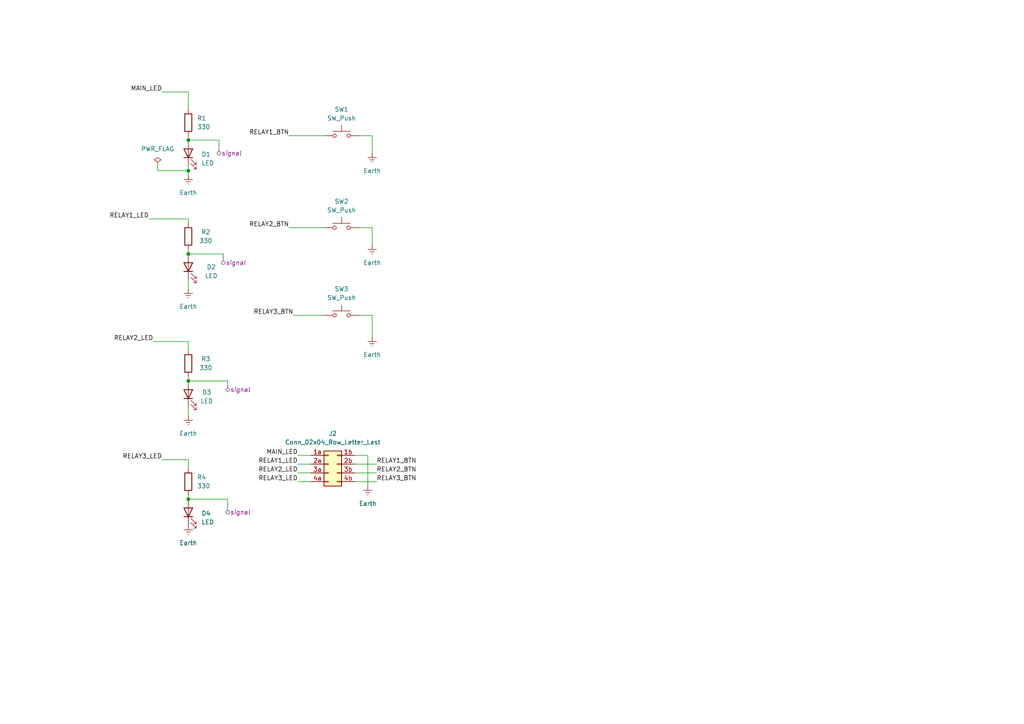
<source format=kicad_sch>
(kicad_sch
	(version 20231120)
	(generator "eeschema")
	(generator_version "8.0")
	(uuid "6a582694-8f01-4dad-96f5-31eea0a6cfef")
	(paper "A4")
	(lib_symbols
		(symbol "Connector_Generic:Conn_02x04_Row_Letter_Last"
			(pin_names
				(offset 1.016) hide)
			(exclude_from_sim no)
			(in_bom yes)
			(on_board yes)
			(property "Reference" "J"
				(at 1.27 5.08 0)
				(effects
					(font
						(size 1.27 1.27)
					)
				)
			)
			(property "Value" "Conn_02x04_Row_Letter_Last"
				(at 1.27 -7.62 0)
				(effects
					(font
						(size 1.27 1.27)
					)
				)
			)
			(property "Footprint" ""
				(at 0 0 0)
				(effects
					(font
						(size 1.27 1.27)
					)
					(hide yes)
				)
			)
			(property "Datasheet" "~"
				(at 0 0 0)
				(effects
					(font
						(size 1.27 1.27)
					)
					(hide yes)
				)
			)
			(property "Description" "Generic connector, double row, 02x04, row letter last pin numbering scheme (pin number consists of a letter for the row and a number for the pin index in this row. 1a, ..., Na; 1b, ..., Nb)), script generated (kicad-library-utils/schlib/autogen/connector/)"
				(at 0 0 0)
				(effects
					(font
						(size 1.27 1.27)
					)
					(hide yes)
				)
			)
			(property "ki_keywords" "connector"
				(at 0 0 0)
				(effects
					(font
						(size 1.27 1.27)
					)
					(hide yes)
				)
			)
			(property "ki_fp_filters" "Connector*:*_2x??_*"
				(at 0 0 0)
				(effects
					(font
						(size 1.27 1.27)
					)
					(hide yes)
				)
			)
			(symbol "Conn_02x04_Row_Letter_Last_1_1"
				(rectangle
					(start -1.27 -4.953)
					(end 0 -5.207)
					(stroke
						(width 0.1524)
						(type default)
					)
					(fill
						(type none)
					)
				)
				(rectangle
					(start -1.27 -2.413)
					(end 0 -2.667)
					(stroke
						(width 0.1524)
						(type default)
					)
					(fill
						(type none)
					)
				)
				(rectangle
					(start -1.27 0.127)
					(end 0 -0.127)
					(stroke
						(width 0.1524)
						(type default)
					)
					(fill
						(type none)
					)
				)
				(rectangle
					(start -1.27 2.667)
					(end 0 2.413)
					(stroke
						(width 0.1524)
						(type default)
					)
					(fill
						(type none)
					)
				)
				(rectangle
					(start -1.27 3.81)
					(end 3.81 -6.35)
					(stroke
						(width 0.254)
						(type default)
					)
					(fill
						(type background)
					)
				)
				(rectangle
					(start 3.81 -4.953)
					(end 2.54 -5.207)
					(stroke
						(width 0.1524)
						(type default)
					)
					(fill
						(type none)
					)
				)
				(rectangle
					(start 3.81 -2.413)
					(end 2.54 -2.667)
					(stroke
						(width 0.1524)
						(type default)
					)
					(fill
						(type none)
					)
				)
				(rectangle
					(start 3.81 0.127)
					(end 2.54 -0.127)
					(stroke
						(width 0.1524)
						(type default)
					)
					(fill
						(type none)
					)
				)
				(rectangle
					(start 3.81 2.667)
					(end 2.54 2.413)
					(stroke
						(width 0.1524)
						(type default)
					)
					(fill
						(type none)
					)
				)
				(pin passive line
					(at -5.08 2.54 0)
					(length 3.81)
					(name "Pin_1a"
						(effects
							(font
								(size 1.27 1.27)
							)
						)
					)
					(number "1a"
						(effects
							(font
								(size 1.27 1.27)
							)
						)
					)
				)
				(pin passive line
					(at 7.62 2.54 180)
					(length 3.81)
					(name "Pin_1b"
						(effects
							(font
								(size 1.27 1.27)
							)
						)
					)
					(number "1b"
						(effects
							(font
								(size 1.27 1.27)
							)
						)
					)
				)
				(pin passive line
					(at -5.08 0 0)
					(length 3.81)
					(name "Pin_2a"
						(effects
							(font
								(size 1.27 1.27)
							)
						)
					)
					(number "2a"
						(effects
							(font
								(size 1.27 1.27)
							)
						)
					)
				)
				(pin passive line
					(at 7.62 0 180)
					(length 3.81)
					(name "Pin_2b"
						(effects
							(font
								(size 1.27 1.27)
							)
						)
					)
					(number "2b"
						(effects
							(font
								(size 1.27 1.27)
							)
						)
					)
				)
				(pin passive line
					(at -5.08 -2.54 0)
					(length 3.81)
					(name "Pin_3a"
						(effects
							(font
								(size 1.27 1.27)
							)
						)
					)
					(number "3a"
						(effects
							(font
								(size 1.27 1.27)
							)
						)
					)
				)
				(pin passive line
					(at 7.62 -2.54 180)
					(length 3.81)
					(name "Pin_3b"
						(effects
							(font
								(size 1.27 1.27)
							)
						)
					)
					(number "3b"
						(effects
							(font
								(size 1.27 1.27)
							)
						)
					)
				)
				(pin passive line
					(at -5.08 -5.08 0)
					(length 3.81)
					(name "Pin_4a"
						(effects
							(font
								(size 1.27 1.27)
							)
						)
					)
					(number "4a"
						(effects
							(font
								(size 1.27 1.27)
							)
						)
					)
				)
				(pin passive line
					(at 7.62 -5.08 180)
					(length 3.81)
					(name "Pin_4b"
						(effects
							(font
								(size 1.27 1.27)
							)
						)
					)
					(number "4b"
						(effects
							(font
								(size 1.27 1.27)
							)
						)
					)
				)
			)
		)
		(symbol "Device:LED"
			(pin_numbers hide)
			(pin_names
				(offset 1.016) hide)
			(exclude_from_sim no)
			(in_bom yes)
			(on_board yes)
			(property "Reference" "D"
				(at 0 2.54 0)
				(effects
					(font
						(size 1.27 1.27)
					)
				)
			)
			(property "Value" "LED"
				(at 0 -2.54 0)
				(effects
					(font
						(size 1.27 1.27)
					)
				)
			)
			(property "Footprint" ""
				(at 0 0 0)
				(effects
					(font
						(size 1.27 1.27)
					)
					(hide yes)
				)
			)
			(property "Datasheet" "~"
				(at 0 0 0)
				(effects
					(font
						(size 1.27 1.27)
					)
					(hide yes)
				)
			)
			(property "Description" "Light emitting diode"
				(at 0 0 0)
				(effects
					(font
						(size 1.27 1.27)
					)
					(hide yes)
				)
			)
			(property "ki_keywords" "LED diode"
				(at 0 0 0)
				(effects
					(font
						(size 1.27 1.27)
					)
					(hide yes)
				)
			)
			(property "ki_fp_filters" "LED* LED_SMD:* LED_THT:*"
				(at 0 0 0)
				(effects
					(font
						(size 1.27 1.27)
					)
					(hide yes)
				)
			)
			(symbol "LED_0_1"
				(polyline
					(pts
						(xy -1.27 -1.27) (xy -1.27 1.27)
					)
					(stroke
						(width 0.254)
						(type default)
					)
					(fill
						(type none)
					)
				)
				(polyline
					(pts
						(xy -1.27 0) (xy 1.27 0)
					)
					(stroke
						(width 0)
						(type default)
					)
					(fill
						(type none)
					)
				)
				(polyline
					(pts
						(xy 1.27 -1.27) (xy 1.27 1.27) (xy -1.27 0) (xy 1.27 -1.27)
					)
					(stroke
						(width 0.254)
						(type default)
					)
					(fill
						(type none)
					)
				)
				(polyline
					(pts
						(xy -3.048 -0.762) (xy -4.572 -2.286) (xy -3.81 -2.286) (xy -4.572 -2.286) (xy -4.572 -1.524)
					)
					(stroke
						(width 0)
						(type default)
					)
					(fill
						(type none)
					)
				)
				(polyline
					(pts
						(xy -1.778 -0.762) (xy -3.302 -2.286) (xy -2.54 -2.286) (xy -3.302 -2.286) (xy -3.302 -1.524)
					)
					(stroke
						(width 0)
						(type default)
					)
					(fill
						(type none)
					)
				)
			)
			(symbol "LED_1_1"
				(pin passive line
					(at -3.81 0 0)
					(length 2.54)
					(name "K"
						(effects
							(font
								(size 1.27 1.27)
							)
						)
					)
					(number "1"
						(effects
							(font
								(size 1.27 1.27)
							)
						)
					)
				)
				(pin passive line
					(at 3.81 0 180)
					(length 2.54)
					(name "A"
						(effects
							(font
								(size 1.27 1.27)
							)
						)
					)
					(number "2"
						(effects
							(font
								(size 1.27 1.27)
							)
						)
					)
				)
			)
		)
		(symbol "Device:R"
			(pin_numbers hide)
			(pin_names
				(offset 0)
			)
			(exclude_from_sim no)
			(in_bom yes)
			(on_board yes)
			(property "Reference" "R"
				(at 2.032 0 90)
				(effects
					(font
						(size 1.27 1.27)
					)
				)
			)
			(property "Value" "R"
				(at 0 0 90)
				(effects
					(font
						(size 1.27 1.27)
					)
				)
			)
			(property "Footprint" ""
				(at -1.778 0 90)
				(effects
					(font
						(size 1.27 1.27)
					)
					(hide yes)
				)
			)
			(property "Datasheet" "~"
				(at 0 0 0)
				(effects
					(font
						(size 1.27 1.27)
					)
					(hide yes)
				)
			)
			(property "Description" "Resistor"
				(at 0 0 0)
				(effects
					(font
						(size 1.27 1.27)
					)
					(hide yes)
				)
			)
			(property "ki_keywords" "R res resistor"
				(at 0 0 0)
				(effects
					(font
						(size 1.27 1.27)
					)
					(hide yes)
				)
			)
			(property "ki_fp_filters" "R_*"
				(at 0 0 0)
				(effects
					(font
						(size 1.27 1.27)
					)
					(hide yes)
				)
			)
			(symbol "R_0_1"
				(rectangle
					(start -1.016 -2.54)
					(end 1.016 2.54)
					(stroke
						(width 0.254)
						(type default)
					)
					(fill
						(type none)
					)
				)
			)
			(symbol "R_1_1"
				(pin passive line
					(at 0 3.81 270)
					(length 1.27)
					(name "~"
						(effects
							(font
								(size 1.27 1.27)
							)
						)
					)
					(number "1"
						(effects
							(font
								(size 1.27 1.27)
							)
						)
					)
				)
				(pin passive line
					(at 0 -3.81 90)
					(length 1.27)
					(name "~"
						(effects
							(font
								(size 1.27 1.27)
							)
						)
					)
					(number "2"
						(effects
							(font
								(size 1.27 1.27)
							)
						)
					)
				)
			)
		)
		(symbol "Switch:SW_Push"
			(pin_numbers hide)
			(pin_names
				(offset 1.016) hide)
			(exclude_from_sim no)
			(in_bom yes)
			(on_board yes)
			(property "Reference" "SW"
				(at 1.27 2.54 0)
				(effects
					(font
						(size 1.27 1.27)
					)
					(justify left)
				)
			)
			(property "Value" "SW_Push"
				(at 0 -1.524 0)
				(effects
					(font
						(size 1.27 1.27)
					)
				)
			)
			(property "Footprint" ""
				(at 0 5.08 0)
				(effects
					(font
						(size 1.27 1.27)
					)
					(hide yes)
				)
			)
			(property "Datasheet" "~"
				(at 0 5.08 0)
				(effects
					(font
						(size 1.27 1.27)
					)
					(hide yes)
				)
			)
			(property "Description" "Push button switch, generic, two pins"
				(at 0 0 0)
				(effects
					(font
						(size 1.27 1.27)
					)
					(hide yes)
				)
			)
			(property "ki_keywords" "switch normally-open pushbutton push-button"
				(at 0 0 0)
				(effects
					(font
						(size 1.27 1.27)
					)
					(hide yes)
				)
			)
			(symbol "SW_Push_0_1"
				(circle
					(center -2.032 0)
					(radius 0.508)
					(stroke
						(width 0)
						(type default)
					)
					(fill
						(type none)
					)
				)
				(polyline
					(pts
						(xy 0 1.27) (xy 0 3.048)
					)
					(stroke
						(width 0)
						(type default)
					)
					(fill
						(type none)
					)
				)
				(polyline
					(pts
						(xy 2.54 1.27) (xy -2.54 1.27)
					)
					(stroke
						(width 0)
						(type default)
					)
					(fill
						(type none)
					)
				)
				(circle
					(center 2.032 0)
					(radius 0.508)
					(stroke
						(width 0)
						(type default)
					)
					(fill
						(type none)
					)
				)
				(pin passive line
					(at -5.08 0 0)
					(length 2.54)
					(name "1"
						(effects
							(font
								(size 1.27 1.27)
							)
						)
					)
					(number "1"
						(effects
							(font
								(size 1.27 1.27)
							)
						)
					)
				)
				(pin passive line
					(at 5.08 0 180)
					(length 2.54)
					(name "2"
						(effects
							(font
								(size 1.27 1.27)
							)
						)
					)
					(number "2"
						(effects
							(font
								(size 1.27 1.27)
							)
						)
					)
				)
			)
		)
		(symbol "power:Earth"
			(power)
			(pin_numbers hide)
			(pin_names
				(offset 0) hide)
			(exclude_from_sim no)
			(in_bom yes)
			(on_board yes)
			(property "Reference" "#PWR"
				(at 0 -6.35 0)
				(effects
					(font
						(size 1.27 1.27)
					)
					(hide yes)
				)
			)
			(property "Value" "Earth"
				(at 0 -3.81 0)
				(effects
					(font
						(size 1.27 1.27)
					)
				)
			)
			(property "Footprint" ""
				(at 0 0 0)
				(effects
					(font
						(size 1.27 1.27)
					)
					(hide yes)
				)
			)
			(property "Datasheet" "~"
				(at 0 0 0)
				(effects
					(font
						(size 1.27 1.27)
					)
					(hide yes)
				)
			)
			(property "Description" "Power symbol creates a global label with name \"Earth\""
				(at 0 0 0)
				(effects
					(font
						(size 1.27 1.27)
					)
					(hide yes)
				)
			)
			(property "ki_keywords" "global ground gnd"
				(at 0 0 0)
				(effects
					(font
						(size 1.27 1.27)
					)
					(hide yes)
				)
			)
			(symbol "Earth_0_1"
				(polyline
					(pts
						(xy -0.635 -1.905) (xy 0.635 -1.905)
					)
					(stroke
						(width 0)
						(type default)
					)
					(fill
						(type none)
					)
				)
				(polyline
					(pts
						(xy -0.127 -2.54) (xy 0.127 -2.54)
					)
					(stroke
						(width 0)
						(type default)
					)
					(fill
						(type none)
					)
				)
				(polyline
					(pts
						(xy 0 -1.27) (xy 0 0)
					)
					(stroke
						(width 0)
						(type default)
					)
					(fill
						(type none)
					)
				)
				(polyline
					(pts
						(xy 1.27 -1.27) (xy -1.27 -1.27)
					)
					(stroke
						(width 0)
						(type default)
					)
					(fill
						(type none)
					)
				)
			)
			(symbol "Earth_1_1"
				(pin power_in line
					(at 0 0 270)
					(length 0)
					(name "~"
						(effects
							(font
								(size 1.27 1.27)
							)
						)
					)
					(number "1"
						(effects
							(font
								(size 1.27 1.27)
							)
						)
					)
				)
			)
		)
		(symbol "power:PWR_FLAG"
			(power)
			(pin_numbers hide)
			(pin_names
				(offset 0) hide)
			(exclude_from_sim no)
			(in_bom yes)
			(on_board yes)
			(property "Reference" "#FLG"
				(at 0 1.905 0)
				(effects
					(font
						(size 1.27 1.27)
					)
					(hide yes)
				)
			)
			(property "Value" "PWR_FLAG"
				(at 0 3.81 0)
				(effects
					(font
						(size 1.27 1.27)
					)
				)
			)
			(property "Footprint" ""
				(at 0 0 0)
				(effects
					(font
						(size 1.27 1.27)
					)
					(hide yes)
				)
			)
			(property "Datasheet" "~"
				(at 0 0 0)
				(effects
					(font
						(size 1.27 1.27)
					)
					(hide yes)
				)
			)
			(property "Description" "Special symbol for telling ERC where power comes from"
				(at 0 0 0)
				(effects
					(font
						(size 1.27 1.27)
					)
					(hide yes)
				)
			)
			(property "ki_keywords" "flag power"
				(at 0 0 0)
				(effects
					(font
						(size 1.27 1.27)
					)
					(hide yes)
				)
			)
			(symbol "PWR_FLAG_0_0"
				(pin power_out line
					(at 0 0 90)
					(length 0)
					(name "~"
						(effects
							(font
								(size 1.27 1.27)
							)
						)
					)
					(number "1"
						(effects
							(font
								(size 1.27 1.27)
							)
						)
					)
				)
			)
			(symbol "PWR_FLAG_0_1"
				(polyline
					(pts
						(xy 0 0) (xy 0 1.27) (xy -1.016 1.905) (xy 0 2.54) (xy 1.016 1.905) (xy 0 1.27)
					)
					(stroke
						(width 0)
						(type default)
					)
					(fill
						(type none)
					)
				)
			)
		)
	)
	(junction
		(at 54.61 49.53)
		(diameter 0)
		(color 0 0 0 0)
		(uuid "59ec3be5-94b3-4fad-b36e-f65951f5d1e6")
	)
	(junction
		(at 54.61 144.78)
		(diameter 0)
		(color 0 0 0 0)
		(uuid "9ffb72eb-0a91-40be-a881-3efddf6660c4")
	)
	(junction
		(at 54.61 110.49)
		(diameter 0)
		(color 0 0 0 0)
		(uuid "a82d4c77-1a77-4e37-9c6d-764652c3dc99")
	)
	(junction
		(at 54.61 40.64)
		(diameter 0)
		(color 0 0 0 0)
		(uuid "c5cb312b-f90d-4fb9-83e6-93d3b9180f1f")
	)
	(junction
		(at 54.61 73.66)
		(diameter 0)
		(color 0 0 0 0)
		(uuid "fc8b575f-b051-49a4-9748-ea43ac7e6d8a")
	)
	(wire
		(pts
			(xy 54.61 73.66) (xy 64.77 73.66)
		)
		(stroke
			(width 0)
			(type default)
		)
		(uuid "04e5a463-c421-4698-b246-13131c6089a5")
	)
	(wire
		(pts
			(xy 54.61 110.49) (xy 66.04 110.49)
		)
		(stroke
			(width 0)
			(type default)
		)
		(uuid "07987c8e-7058-4b6c-a859-36bfb1d1c61d")
	)
	(wire
		(pts
			(xy 102.87 139.7) (xy 109.22 139.7)
		)
		(stroke
			(width 0)
			(type default)
		)
		(uuid "14df13b3-4cfd-458c-b282-d60fa3d6abac")
	)
	(wire
		(pts
			(xy 54.61 110.49) (xy 54.61 109.22)
		)
		(stroke
			(width 0)
			(type default)
		)
		(uuid "16ed48ae-b4b2-4808-a931-9ec06a895f8b")
	)
	(wire
		(pts
			(xy 63.5 41.91) (xy 63.5 40.64)
		)
		(stroke
			(width 0)
			(type default)
		)
		(uuid "1f92e115-5799-449b-a6b5-1d117e3b6353")
	)
	(wire
		(pts
			(xy 107.95 91.44) (xy 107.95 97.79)
		)
		(stroke
			(width 0)
			(type default)
		)
		(uuid "255253b6-50af-4574-a1d6-8524fcc2ccc9")
	)
	(wire
		(pts
			(xy 85.09 91.44) (xy 93.98 91.44)
		)
		(stroke
			(width 0)
			(type default)
		)
		(uuid "36e86a37-6197-456b-a7a1-0b07a406933d")
	)
	(wire
		(pts
			(xy 86.36 134.62) (xy 90.17 134.62)
		)
		(stroke
			(width 0)
			(type default)
		)
		(uuid "404ef500-fb4c-438b-8391-3086a67ec91c")
	)
	(wire
		(pts
			(xy 86.36 132.08) (xy 90.17 132.08)
		)
		(stroke
			(width 0)
			(type default)
		)
		(uuid "4844621e-dacb-4ea0-aedd-5e4c26cd801a")
	)
	(wire
		(pts
			(xy 83.82 66.04) (xy 93.98 66.04)
		)
		(stroke
			(width 0)
			(type default)
		)
		(uuid "4e7b9681-8ac1-45a8-bda6-eb584a8ff478")
	)
	(wire
		(pts
			(xy 54.61 49.53) (xy 54.61 50.8)
		)
		(stroke
			(width 0)
			(type default)
		)
		(uuid "5765b9d7-e57e-4094-b0d3-c5d3cc01a4a4")
	)
	(wire
		(pts
			(xy 54.61 39.37) (xy 54.61 40.64)
		)
		(stroke
			(width 0)
			(type default)
		)
		(uuid "58d274fd-da8f-4efa-b33c-88911ad532ca")
	)
	(wire
		(pts
			(xy 45.72 48.26) (xy 45.72 49.53)
		)
		(stroke
			(width 0)
			(type default)
		)
		(uuid "5c3b9369-a117-4b07-a4fd-796bf9aed784")
	)
	(wire
		(pts
			(xy 54.61 118.11) (xy 54.61 120.65)
		)
		(stroke
			(width 0)
			(type default)
		)
		(uuid "5d389ced-1d3e-47f2-bdb6-ae9eca77dbf4")
	)
	(wire
		(pts
			(xy 86.36 137.16) (xy 90.17 137.16)
		)
		(stroke
			(width 0)
			(type default)
		)
		(uuid "5e245557-2d9a-4378-bfee-3580e1c51b0c")
	)
	(wire
		(pts
			(xy 104.14 91.44) (xy 107.95 91.44)
		)
		(stroke
			(width 0)
			(type default)
		)
		(uuid "6032c862-afb3-43e3-bfda-aa633c4c6b8e")
	)
	(wire
		(pts
			(xy 66.04 144.78) (xy 54.61 144.78)
		)
		(stroke
			(width 0)
			(type default)
		)
		(uuid "6db5eca1-2398-4613-a5f6-8c504ecddd01")
	)
	(wire
		(pts
			(xy 44.45 99.06) (xy 54.61 99.06)
		)
		(stroke
			(width 0)
			(type default)
		)
		(uuid "6fd9b9ff-b051-469d-8b08-b984e6806505")
	)
	(wire
		(pts
			(xy 43.18 63.5) (xy 54.61 63.5)
		)
		(stroke
			(width 0)
			(type default)
		)
		(uuid "70f5bc34-fc57-4755-9b6c-d90e1d44fa4e")
	)
	(wire
		(pts
			(xy 102.87 132.08) (xy 106.68 132.08)
		)
		(stroke
			(width 0)
			(type default)
		)
		(uuid "78bb37c0-128b-4527-ab2d-bd65e1ef9801")
	)
	(wire
		(pts
			(xy 107.95 66.04) (xy 107.95 71.12)
		)
		(stroke
			(width 0)
			(type default)
		)
		(uuid "84cc7e80-2b58-42c1-838d-c25d34da7abd")
	)
	(wire
		(pts
			(xy 54.61 81.28) (xy 54.61 83.82)
		)
		(stroke
			(width 0)
			(type default)
		)
		(uuid "92575ef8-9c37-4b94-861c-e26499efb5d9")
	)
	(wire
		(pts
			(xy 54.61 26.67) (xy 54.61 31.75)
		)
		(stroke
			(width 0)
			(type default)
		)
		(uuid "96f36094-d51e-4685-bc25-045d2c3a4933")
	)
	(wire
		(pts
			(xy 104.14 39.37) (xy 107.95 39.37)
		)
		(stroke
			(width 0)
			(type default)
		)
		(uuid "9fc92e2e-83f6-44d9-8d18-1dad97f9089b")
	)
	(wire
		(pts
			(xy 104.14 66.04) (xy 107.95 66.04)
		)
		(stroke
			(width 0)
			(type default)
		)
		(uuid "a4e14d68-02d1-4bfe-af62-ec0e403a40d1")
	)
	(wire
		(pts
			(xy 107.95 39.37) (xy 107.95 44.45)
		)
		(stroke
			(width 0)
			(type default)
		)
		(uuid "a792c7ce-c5b4-4017-a5b2-a65d437eb9be")
	)
	(wire
		(pts
			(xy 54.61 72.39) (xy 54.61 73.66)
		)
		(stroke
			(width 0)
			(type default)
		)
		(uuid "a810c232-8aa4-43ad-a6fa-6c4b7cc5a8c8")
	)
	(wire
		(pts
			(xy 45.72 49.53) (xy 54.61 49.53)
		)
		(stroke
			(width 0)
			(type default)
		)
		(uuid "a9ccb724-d4bc-46cd-90b4-21e21d94746a")
	)
	(wire
		(pts
			(xy 46.99 133.35) (xy 54.61 133.35)
		)
		(stroke
			(width 0)
			(type default)
		)
		(uuid "af3449d9-902c-4c6b-916b-80cb82b1a4e0")
	)
	(wire
		(pts
			(xy 54.61 101.6) (xy 54.61 99.06)
		)
		(stroke
			(width 0)
			(type default)
		)
		(uuid "b3152694-ce5a-406e-b944-1cbce22ea271")
	)
	(wire
		(pts
			(xy 54.61 63.5) (xy 54.61 64.77)
		)
		(stroke
			(width 0)
			(type default)
		)
		(uuid "b4485ef2-e864-4854-bb03-23969070c6ac")
	)
	(wire
		(pts
			(xy 102.87 137.16) (xy 109.22 137.16)
		)
		(stroke
			(width 0)
			(type default)
		)
		(uuid "b5f17846-3cb6-41a5-bf38-2b64590ccb2f")
	)
	(wire
		(pts
			(xy 86.36 139.7) (xy 90.17 139.7)
		)
		(stroke
			(width 0)
			(type default)
		)
		(uuid "cb6b0db9-d879-4fa2-b50e-f4852fa5b7ae")
	)
	(wire
		(pts
			(xy 83.82 39.37) (xy 93.98 39.37)
		)
		(stroke
			(width 0)
			(type default)
		)
		(uuid "ce5124a1-5ac7-4166-a02a-878f1a40aaae")
	)
	(wire
		(pts
			(xy 106.68 132.08) (xy 106.68 140.97)
		)
		(stroke
			(width 0)
			(type default)
		)
		(uuid "ce78b7f5-7ecf-4941-b3da-270ba9562038")
	)
	(wire
		(pts
			(xy 54.61 143.51) (xy 54.61 144.78)
		)
		(stroke
			(width 0)
			(type default)
		)
		(uuid "dc3e6cf0-ff15-4560-9914-b2e5077cbc93")
	)
	(wire
		(pts
			(xy 102.87 134.62) (xy 109.22 134.62)
		)
		(stroke
			(width 0)
			(type default)
		)
		(uuid "dd7fe920-8659-4908-bc14-3da3a2ce9616")
	)
	(wire
		(pts
			(xy 66.04 146.05) (xy 66.04 144.78)
		)
		(stroke
			(width 0)
			(type default)
		)
		(uuid "e93f3aad-7f34-4e0a-9761-a8e94e3f8459")
	)
	(wire
		(pts
			(xy 54.61 48.26) (xy 54.61 49.53)
		)
		(stroke
			(width 0)
			(type default)
		)
		(uuid "ec7813b6-1dd9-477b-9c46-b19248ff6200")
	)
	(wire
		(pts
			(xy 54.61 133.35) (xy 54.61 135.89)
		)
		(stroke
			(width 0)
			(type default)
		)
		(uuid "ed8df699-b423-4e48-8f18-96198aa2ba79")
	)
	(wire
		(pts
			(xy 54.61 40.64) (xy 63.5 40.64)
		)
		(stroke
			(width 0)
			(type default)
		)
		(uuid "ef5704a4-db1c-4e3b-92fa-e2fb830f2034")
	)
	(wire
		(pts
			(xy 46.99 26.67) (xy 54.61 26.67)
		)
		(stroke
			(width 0)
			(type default)
		)
		(uuid "fecd8f34-950b-44c2-ad09-252895ef725b")
	)
	(label "RELAY1_BTN"
		(at 83.82 39.37 180)
		(fields_autoplaced yes)
		(effects
			(font
				(size 1.27 1.27)
			)
			(justify right bottom)
		)
		(uuid "08585af7-db23-4d58-acff-b99a861539e5")
	)
	(label "RELAY3_BTN"
		(at 109.22 139.7 0)
		(fields_autoplaced yes)
		(effects
			(font
				(size 1.27 1.27)
			)
			(justify left bottom)
		)
		(uuid "29fcbcd7-c390-4c77-ae49-59614f89d2f7")
	)
	(label "RELAY2_BTN"
		(at 109.22 137.16 0)
		(fields_autoplaced yes)
		(effects
			(font
				(size 1.27 1.27)
			)
			(justify left bottom)
		)
		(uuid "41decb82-2e23-4dda-b53b-62a914395ff7")
	)
	(label "RELAY1_BTN"
		(at 109.22 134.62 0)
		(fields_autoplaced yes)
		(effects
			(font
				(size 1.27 1.27)
			)
			(justify left bottom)
		)
		(uuid "5042a839-a3b2-4398-8a61-622a4721250d")
	)
	(label "RELAY1_LED"
		(at 43.18 63.5 180)
		(fields_autoplaced yes)
		(effects
			(font
				(size 1.27 1.27)
			)
			(justify right bottom)
		)
		(uuid "578c2171-abc7-4175-ba01-f999f4e742a6")
	)
	(label "MAIN_LED"
		(at 46.99 26.67 180)
		(fields_autoplaced yes)
		(effects
			(font
				(size 1.27 1.27)
			)
			(justify right bottom)
		)
		(uuid "5e90d364-b89d-45c3-8365-8a752433488a")
	)
	(label "RELAY2_LED"
		(at 86.36 137.16 180)
		(fields_autoplaced yes)
		(effects
			(font
				(size 1.27 1.27)
			)
			(justify right bottom)
		)
		(uuid "63e4a80c-9a7e-47c3-a835-c46b398f2ab2")
	)
	(label "RELAY1_LED"
		(at 86.36 134.62 180)
		(fields_autoplaced yes)
		(effects
			(font
				(size 1.27 1.27)
			)
			(justify right bottom)
		)
		(uuid "64cee6e8-6c92-4a7c-979d-46330ceea759")
	)
	(label "RELAY2_LED"
		(at 44.45 99.06 180)
		(fields_autoplaced yes)
		(effects
			(font
				(size 1.27 1.27)
			)
			(justify right bottom)
		)
		(uuid "67e61aeb-8086-4f29-8f4f-603c9f6de008")
	)
	(label "RELAY3_BTN"
		(at 85.09 91.44 180)
		(fields_autoplaced yes)
		(effects
			(font
				(size 1.27 1.27)
			)
			(justify right bottom)
		)
		(uuid "945346ef-68b5-4e6b-a218-22f32cdbec51")
	)
	(label "RELAY3_LED"
		(at 46.99 133.35 180)
		(fields_autoplaced yes)
		(effects
			(font
				(size 1.27 1.27)
			)
			(justify right bottom)
		)
		(uuid "980b22b9-7c09-4e7a-86cd-1bf34aa2e1af")
	)
	(label "RELAY3_LED"
		(at 86.36 139.7 180)
		(fields_autoplaced yes)
		(effects
			(font
				(size 1.27 1.27)
			)
			(justify right bottom)
		)
		(uuid "b65f907d-3a12-4369-a023-64c680fdd29c")
	)
	(label "RELAY2_BTN"
		(at 83.82 66.04 180)
		(fields_autoplaced yes)
		(effects
			(font
				(size 1.27 1.27)
			)
			(justify right bottom)
		)
		(uuid "c0e3d200-fb81-48d4-8ab3-b78c5a039abf")
	)
	(label "MAIN_LED"
		(at 86.36 132.08 180)
		(fields_autoplaced yes)
		(effects
			(font
				(size 1.27 1.27)
			)
			(justify right bottom)
		)
		(uuid "c6ae37d4-237b-47ba-bb83-6340688a1c74")
	)
	(netclass_flag ""
		(length 2.54)
		(shape round)
		(at 63.5 41.91 180)
		(fields_autoplaced yes)
		(effects
			(font
				(size 1.27 1.27)
			)
			(justify right bottom)
		)
		(uuid "4a2c3ae5-199d-472f-a706-bf621d963baf")
		(property "Netclass" "signal"
			(at 64.1985 44.45 0)
			(effects
				(font
					(size 1.27 1.27)
					(italic yes)
				)
				(justify left)
			)
		)
	)
	(netclass_flag ""
		(length 2.54)
		(shape round)
		(at 64.77 73.66 180)
		(fields_autoplaced yes)
		(effects
			(font
				(size 1.27 1.27)
			)
			(justify right bottom)
		)
		(uuid "56893142-b276-4f81-86e9-0eb7010e386d")
		(property "Netclass" "signal"
			(at 65.4685 76.2 0)
			(effects
				(font
					(size 1.27 1.27)
					(italic yes)
				)
				(justify left)
			)
		)
	)
	(netclass_flag ""
		(length 2.54)
		(shape round)
		(at 66.04 110.49 180)
		(fields_autoplaced yes)
		(effects
			(font
				(size 1.27 1.27)
			)
			(justify right bottom)
		)
		(uuid "65df6883-5539-461d-8995-701316dc1025")
		(property "Netclass" "signal"
			(at 66.7385 113.03 0)
			(effects
				(font
					(size 1.27 1.27)
					(italic yes)
				)
				(justify left)
			)
		)
	)
	(netclass_flag ""
		(length 2.54)
		(shape round)
		(at 66.04 146.05 180)
		(fields_autoplaced yes)
		(effects
			(font
				(size 1.27 1.27)
			)
			(justify right bottom)
		)
		(uuid "f8d15b0e-0b82-41b6-a37c-65dc63c346b0")
		(property "Netclass" "signal"
			(at 66.7385 148.59 0)
			(effects
				(font
					(size 1.27 1.27)
					(italic yes)
				)
				(justify left)
			)
		)
	)
	(symbol
		(lib_id "Device:R")
		(at 54.61 105.41 0)
		(unit 1)
		(exclude_from_sim no)
		(in_bom yes)
		(on_board yes)
		(dnp no)
		(uuid "01c0de99-7df8-4618-988e-09b57bcc8f7d")
		(property "Reference" "R3"
			(at 59.69 104.14 0)
			(effects
				(font
					(size 1.27 1.27)
				)
			)
		)
		(property "Value" "330"
			(at 59.69 106.68 0)
			(effects
				(font
					(size 1.27 1.27)
				)
			)
		)
		(property "Footprint" "Resistor_THT:R_Axial_DIN0207_L6.3mm_D2.5mm_P10.16mm_Horizontal"
			(at 52.832 105.41 90)
			(effects
				(font
					(size 1.27 1.27)
				)
				(hide yes)
			)
		)
		(property "Datasheet" "~"
			(at 54.61 105.41 0)
			(effects
				(font
					(size 1.27 1.27)
				)
				(hide yes)
			)
		)
		(property "Description" "Resistor"
			(at 54.61 105.41 0)
			(effects
				(font
					(size 1.27 1.27)
				)
				(hide yes)
			)
		)
		(pin "1"
			(uuid "561096ce-06cf-4625-bd83-bc61f02768e6")
		)
		(pin "2"
			(uuid "529a6cfb-9c12-4102-94b9-0c6d5602eda9")
		)
		(instances
			(project "esp32_iot_relay_led_button_board"
				(path "/6a582694-8f01-4dad-96f5-31eea0a6cfef"
					(reference "R3")
					(unit 1)
				)
			)
		)
	)
	(symbol
		(lib_id "power:Earth")
		(at 54.61 120.65 0)
		(unit 1)
		(exclude_from_sim no)
		(in_bom yes)
		(on_board yes)
		(dnp no)
		(fields_autoplaced yes)
		(uuid "13847b12-1453-4af3-8b5a-767d5824a207")
		(property "Reference" "#PWR03"
			(at 54.61 127 0)
			(effects
				(font
					(size 1.27 1.27)
				)
				(hide yes)
			)
		)
		(property "Value" "Earth"
			(at 54.61 125.73 0)
			(effects
				(font
					(size 1.27 1.27)
				)
			)
		)
		(property "Footprint" ""
			(at 54.61 120.65 0)
			(effects
				(font
					(size 1.27 1.27)
				)
				(hide yes)
			)
		)
		(property "Datasheet" "~"
			(at 54.61 120.65 0)
			(effects
				(font
					(size 1.27 1.27)
				)
				(hide yes)
			)
		)
		(property "Description" "Power symbol creates a global label with name \"Earth\""
			(at 54.61 120.65 0)
			(effects
				(font
					(size 1.27 1.27)
				)
				(hide yes)
			)
		)
		(pin "1"
			(uuid "7ab55e92-8ab3-470c-ae3c-5f9d163d4b42")
		)
		(instances
			(project "esp32_iot_relay_led_button_board"
				(path "/6a582694-8f01-4dad-96f5-31eea0a6cfef"
					(reference "#PWR03")
					(unit 1)
				)
			)
		)
	)
	(symbol
		(lib_id "power:Earth")
		(at 106.68 140.97 0)
		(unit 1)
		(exclude_from_sim no)
		(in_bom yes)
		(on_board yes)
		(dnp no)
		(fields_autoplaced yes)
		(uuid "156d876a-8280-4b62-8b83-d88a456ed4c7")
		(property "Reference" "#PWR09"
			(at 106.68 147.32 0)
			(effects
				(font
					(size 1.27 1.27)
				)
				(hide yes)
			)
		)
		(property "Value" "Earth"
			(at 106.68 146.05 0)
			(effects
				(font
					(size 1.27 1.27)
				)
			)
		)
		(property "Footprint" ""
			(at 106.68 140.97 0)
			(effects
				(font
					(size 1.27 1.27)
				)
				(hide yes)
			)
		)
		(property "Datasheet" "~"
			(at 106.68 140.97 0)
			(effects
				(font
					(size 1.27 1.27)
				)
				(hide yes)
			)
		)
		(property "Description" "Power symbol creates a global label with name \"Earth\""
			(at 106.68 140.97 0)
			(effects
				(font
					(size 1.27 1.27)
				)
				(hide yes)
			)
		)
		(pin "1"
			(uuid "74e1a2a0-a8f7-47c7-82a5-6864983338b2")
		)
		(instances
			(project "esp32_iot_relay_led_button_board"
				(path "/6a582694-8f01-4dad-96f5-31eea0a6cfef"
					(reference "#PWR09")
					(unit 1)
				)
			)
		)
	)
	(symbol
		(lib_id "Switch:SW_Push")
		(at 99.06 91.44 0)
		(unit 1)
		(exclude_from_sim no)
		(in_bom yes)
		(on_board yes)
		(dnp no)
		(fields_autoplaced yes)
		(uuid "157e1bd1-29b5-4189-80ca-d7375b351dcb")
		(property "Reference" "SW3"
			(at 99.06 83.82 0)
			(effects
				(font
					(size 1.27 1.27)
				)
			)
		)
		(property "Value" "SW_Push"
			(at 99.06 86.36 0)
			(effects
				(font
					(size 1.27 1.27)
				)
			)
		)
		(property "Footprint" "Button_Switch_THT:SW_SPST_Omron_B3F-40xx"
			(at 99.06 86.36 0)
			(effects
				(font
					(size 1.27 1.27)
				)
				(hide yes)
			)
		)
		(property "Datasheet" "~"
			(at 99.06 86.36 0)
			(effects
				(font
					(size 1.27 1.27)
				)
				(hide yes)
			)
		)
		(property "Description" "Push button switch, generic, two pins"
			(at 99.06 91.44 0)
			(effects
				(font
					(size 1.27 1.27)
				)
				(hide yes)
			)
		)
		(pin "2"
			(uuid "51750d58-2f5d-41bf-99e5-1b634d7b6b56")
		)
		(pin "1"
			(uuid "b1ad0933-7f75-46bb-887f-f4f9c53d4fb5")
		)
		(instances
			(project "esp32_iot_relay_led_button_board"
				(path "/6a582694-8f01-4dad-96f5-31eea0a6cfef"
					(reference "SW3")
					(unit 1)
				)
			)
		)
	)
	(symbol
		(lib_id "power:Earth")
		(at 54.61 152.4 0)
		(unit 1)
		(exclude_from_sim no)
		(in_bom yes)
		(on_board yes)
		(dnp no)
		(fields_autoplaced yes)
		(uuid "2329dd13-90e1-4b87-b7e5-219869cf7c22")
		(property "Reference" "#PWR04"
			(at 54.61 158.75 0)
			(effects
				(font
					(size 1.27 1.27)
				)
				(hide yes)
			)
		)
		(property "Value" "Earth"
			(at 54.61 157.48 0)
			(effects
				(font
					(size 1.27 1.27)
				)
			)
		)
		(property "Footprint" ""
			(at 54.61 152.4 0)
			(effects
				(font
					(size 1.27 1.27)
				)
				(hide yes)
			)
		)
		(property "Datasheet" "~"
			(at 54.61 152.4 0)
			(effects
				(font
					(size 1.27 1.27)
				)
				(hide yes)
			)
		)
		(property "Description" "Power symbol creates a global label with name \"Earth\""
			(at 54.61 152.4 0)
			(effects
				(font
					(size 1.27 1.27)
				)
				(hide yes)
			)
		)
		(pin "1"
			(uuid "cf899293-817f-433e-8718-c94e7b0e9ee4")
		)
		(instances
			(project "esp32_iot_relay_led_button_board"
				(path "/6a582694-8f01-4dad-96f5-31eea0a6cfef"
					(reference "#PWR04")
					(unit 1)
				)
			)
		)
	)
	(symbol
		(lib_id "Device:LED")
		(at 54.61 44.45 90)
		(unit 1)
		(exclude_from_sim no)
		(in_bom yes)
		(on_board yes)
		(dnp no)
		(fields_autoplaced yes)
		(uuid "33e138a1-3b32-45e9-b133-93be6368f4f8")
		(property "Reference" "D1"
			(at 58.42 44.7674 90)
			(effects
				(font
					(size 1.27 1.27)
				)
				(justify right)
			)
		)
		(property "Value" "LED"
			(at 58.42 47.3074 90)
			(effects
				(font
					(size 1.27 1.27)
				)
				(justify right)
			)
		)
		(property "Footprint" "LED_THT:LED_D5.0mm"
			(at 54.61 44.45 0)
			(effects
				(font
					(size 1.27 1.27)
				)
				(hide yes)
			)
		)
		(property "Datasheet" "~"
			(at 54.61 44.45 0)
			(effects
				(font
					(size 1.27 1.27)
				)
				(hide yes)
			)
		)
		(property "Description" "Light emitting diode"
			(at 54.61 44.45 0)
			(effects
				(font
					(size 1.27 1.27)
				)
				(hide yes)
			)
		)
		(pin "1"
			(uuid "42998fb1-be19-425d-b94d-14857b42c12a")
		)
		(pin "2"
			(uuid "b6a0313d-08bf-42df-95f8-6432b189646e")
		)
		(instances
			(project "esp32_iot_relay_led_button_board"
				(path "/6a582694-8f01-4dad-96f5-31eea0a6cfef"
					(reference "D1")
					(unit 1)
				)
			)
		)
	)
	(symbol
		(lib_id "Device:LED")
		(at 54.61 148.59 90)
		(unit 1)
		(exclude_from_sim no)
		(in_bom yes)
		(on_board yes)
		(dnp no)
		(fields_autoplaced yes)
		(uuid "63661598-e00b-4e64-a0fb-3b8fe748938b")
		(property "Reference" "D4"
			(at 58.42 148.9074 90)
			(effects
				(font
					(size 1.27 1.27)
				)
				(justify right)
			)
		)
		(property "Value" "LED"
			(at 58.42 151.4474 90)
			(effects
				(font
					(size 1.27 1.27)
				)
				(justify right)
			)
		)
		(property "Footprint" "LED_THT:LED_D5.0mm"
			(at 54.61 148.59 0)
			(effects
				(font
					(size 1.27 1.27)
				)
				(hide yes)
			)
		)
		(property "Datasheet" "~"
			(at 54.61 148.59 0)
			(effects
				(font
					(size 1.27 1.27)
				)
				(hide yes)
			)
		)
		(property "Description" "Light emitting diode"
			(at 54.61 148.59 0)
			(effects
				(font
					(size 1.27 1.27)
				)
				(hide yes)
			)
		)
		(pin "1"
			(uuid "66f327c1-8914-4428-855b-6f09d07a0515")
		)
		(pin "2"
			(uuid "0392740e-0e2a-4e34-ac91-6b283f29442f")
		)
		(instances
			(project "esp32_iot_relay_led_button_board"
				(path "/6a582694-8f01-4dad-96f5-31eea0a6cfef"
					(reference "D4")
					(unit 1)
				)
			)
		)
	)
	(symbol
		(lib_id "Switch:SW_Push")
		(at 99.06 39.37 0)
		(unit 1)
		(exclude_from_sim no)
		(in_bom yes)
		(on_board yes)
		(dnp no)
		(fields_autoplaced yes)
		(uuid "75355bd9-4c31-4565-8c11-d5d645f825f6")
		(property "Reference" "SW1"
			(at 99.06 31.75 0)
			(effects
				(font
					(size 1.27 1.27)
				)
			)
		)
		(property "Value" "SW_Push"
			(at 99.06 34.29 0)
			(effects
				(font
					(size 1.27 1.27)
				)
			)
		)
		(property "Footprint" "Button_Switch_THT:SW_SPST_Omron_B3F-40xx"
			(at 99.06 34.29 0)
			(effects
				(font
					(size 1.27 1.27)
				)
				(hide yes)
			)
		)
		(property "Datasheet" "~"
			(at 99.06 34.29 0)
			(effects
				(font
					(size 1.27 1.27)
				)
				(hide yes)
			)
		)
		(property "Description" "Push button switch, generic, two pins"
			(at 99.06 39.37 0)
			(effects
				(font
					(size 1.27 1.27)
				)
				(hide yes)
			)
		)
		(pin "2"
			(uuid "84a5b76d-1361-4126-994d-ce0c265518b9")
		)
		(pin "1"
			(uuid "6209b345-1fe9-4133-bbe5-570466b4ac00")
		)
		(instances
			(project "esp32_iot_relay_led_button_board"
				(path "/6a582694-8f01-4dad-96f5-31eea0a6cfef"
					(reference "SW1")
					(unit 1)
				)
			)
		)
	)
	(symbol
		(lib_id "Device:R")
		(at 54.61 68.58 0)
		(unit 1)
		(exclude_from_sim no)
		(in_bom yes)
		(on_board yes)
		(dnp no)
		(uuid "7539de82-c36a-4ed4-b270-bb9cd6044766")
		(property "Reference" "R2"
			(at 59.69 67.31 0)
			(effects
				(font
					(size 1.27 1.27)
				)
			)
		)
		(property "Value" "330"
			(at 59.69 69.85 0)
			(effects
				(font
					(size 1.27 1.27)
				)
			)
		)
		(property "Footprint" "Resistor_THT:R_Axial_DIN0207_L6.3mm_D2.5mm_P10.16mm_Horizontal"
			(at 52.832 68.58 90)
			(effects
				(font
					(size 1.27 1.27)
				)
				(hide yes)
			)
		)
		(property "Datasheet" "~"
			(at 54.61 68.58 0)
			(effects
				(font
					(size 1.27 1.27)
				)
				(hide yes)
			)
		)
		(property "Description" "Resistor"
			(at 54.61 68.58 0)
			(effects
				(font
					(size 1.27 1.27)
				)
				(hide yes)
			)
		)
		(pin "1"
			(uuid "5f95c319-4ae2-48c6-b3bf-59ea09b2de0b")
		)
		(pin "2"
			(uuid "8c374d26-5a41-476d-8eb0-bf3ba46dd6ad")
		)
		(instances
			(project "esp32_iot_relay_led_button_board"
				(path "/6a582694-8f01-4dad-96f5-31eea0a6cfef"
					(reference "R2")
					(unit 1)
				)
			)
		)
	)
	(symbol
		(lib_id "Device:LED")
		(at 54.61 77.47 90)
		(unit 1)
		(exclude_from_sim no)
		(in_bom yes)
		(on_board yes)
		(dnp no)
		(uuid "765cc17a-749e-472d-9e8a-cebca55dce18")
		(property "Reference" "D2"
			(at 61.2775 77.47 90)
			(effects
				(font
					(size 1.27 1.27)
				)
			)
		)
		(property "Value" "LED"
			(at 61.2775 80.01 90)
			(effects
				(font
					(size 1.27 1.27)
				)
			)
		)
		(property "Footprint" "LED_THT:LED_D5.0mm"
			(at 54.61 77.47 0)
			(effects
				(font
					(size 1.27 1.27)
				)
				(hide yes)
			)
		)
		(property "Datasheet" "~"
			(at 54.61 77.47 0)
			(effects
				(font
					(size 1.27 1.27)
				)
				(hide yes)
			)
		)
		(property "Description" "Light emitting diode"
			(at 54.61 77.47 0)
			(effects
				(font
					(size 1.27 1.27)
				)
				(hide yes)
			)
		)
		(pin "1"
			(uuid "f3c2be90-c77c-4ca1-998b-40e3abefe2cf")
		)
		(pin "2"
			(uuid "2d118faa-e38e-4b2a-94b0-1633d82564c4")
		)
		(instances
			(project "esp32_iot_relay_led_button_board"
				(path "/6a582694-8f01-4dad-96f5-31eea0a6cfef"
					(reference "D2")
					(unit 1)
				)
			)
		)
	)
	(symbol
		(lib_id "power:Earth")
		(at 107.95 71.12 0)
		(unit 1)
		(exclude_from_sim no)
		(in_bom yes)
		(on_board yes)
		(dnp no)
		(fields_autoplaced yes)
		(uuid "89483a95-96af-40d3-a215-287cf1897dba")
		(property "Reference" "#PWR07"
			(at 107.95 77.47 0)
			(effects
				(font
					(size 1.27 1.27)
				)
				(hide yes)
			)
		)
		(property "Value" "Earth"
			(at 107.95 76.2 0)
			(effects
				(font
					(size 1.27 1.27)
				)
			)
		)
		(property "Footprint" ""
			(at 107.95 71.12 0)
			(effects
				(font
					(size 1.27 1.27)
				)
				(hide yes)
			)
		)
		(property "Datasheet" "~"
			(at 107.95 71.12 0)
			(effects
				(font
					(size 1.27 1.27)
				)
				(hide yes)
			)
		)
		(property "Description" "Power symbol creates a global label with name \"Earth\""
			(at 107.95 71.12 0)
			(effects
				(font
					(size 1.27 1.27)
				)
				(hide yes)
			)
		)
		(pin "1"
			(uuid "9379071c-eb66-4fb2-bc5d-d6ef5a8a513c")
		)
		(instances
			(project "esp32_iot_relay_led_button_board"
				(path "/6a582694-8f01-4dad-96f5-31eea0a6cfef"
					(reference "#PWR07")
					(unit 1)
				)
			)
		)
	)
	(symbol
		(lib_id "Connector_Generic:Conn_02x04_Row_Letter_Last")
		(at 95.25 134.62 0)
		(unit 1)
		(exclude_from_sim no)
		(in_bom yes)
		(on_board yes)
		(dnp no)
		(fields_autoplaced yes)
		(uuid "8da91a91-7502-4513-9400-8a227aa33ea4")
		(property "Reference" "J2"
			(at 96.52 125.73 0)
			(effects
				(font
					(size 1.27 1.27)
				)
			)
		)
		(property "Value" "Conn_02x04_Row_Letter_Last"
			(at 96.52 128.27 0)
			(effects
				(font
					(size 1.27 1.27)
				)
			)
		)
		(property "Footprint" "alphabetical_pin_headers:PinHeader_2x04_P2.54mm_Vertical_alphabetical"
			(at 95.25 134.62 0)
			(effects
				(font
					(size 1.27 1.27)
				)
				(hide yes)
			)
		)
		(property "Datasheet" "~"
			(at 95.25 134.62 0)
			(effects
				(font
					(size 1.27 1.27)
				)
				(hide yes)
			)
		)
		(property "Description" "Generic connector, double row, 02x04, row letter last pin numbering scheme (pin number consists of a letter for the row and a number for the pin index in this row. 1a, ..., Na; 1b, ..., Nb)), script generated (kicad-library-utils/schlib/autogen/connector/)"
			(at 95.25 134.62 0)
			(effects
				(font
					(size 1.27 1.27)
				)
				(hide yes)
			)
		)
		(pin "1a"
			(uuid "681b7e3f-5241-458f-ada1-fd85924c6e0e")
		)
		(pin "3b"
			(uuid "5f456d8f-48a7-40b7-99aa-f982897d7370")
		)
		(pin "3a"
			(uuid "5aa8448c-6c7c-43fd-bbdf-7e6452dafe23")
		)
		(pin "1b"
			(uuid "e31137d8-4c24-47c9-9b0d-b686acc97378")
		)
		(pin "2b"
			(uuid "775e9da2-3ebc-4dcf-899f-36f5414fa332")
		)
		(pin "4a"
			(uuid "18762164-c93d-4009-b11a-b5bd281170b2")
		)
		(pin "4b"
			(uuid "bff1e380-8758-4709-82dc-f8a6b2cd81e7")
		)
		(pin "2a"
			(uuid "f4800fb4-240c-41bc-832d-562f40f9411e")
		)
		(instances
			(project "esp32_iot_relay_led_button_board"
				(path "/6a582694-8f01-4dad-96f5-31eea0a6cfef"
					(reference "J2")
					(unit 1)
				)
			)
		)
	)
	(symbol
		(lib_id "Switch:SW_Push")
		(at 99.06 66.04 0)
		(unit 1)
		(exclude_from_sim no)
		(in_bom yes)
		(on_board yes)
		(dnp no)
		(fields_autoplaced yes)
		(uuid "92ee95bd-cbd5-40fe-a47f-a5c7e81af260")
		(property "Reference" "SW2"
			(at 99.06 58.42 0)
			(effects
				(font
					(size 1.27 1.27)
				)
			)
		)
		(property "Value" "SW_Push"
			(at 99.06 60.96 0)
			(effects
				(font
					(size 1.27 1.27)
				)
			)
		)
		(property "Footprint" "Button_Switch_THT:SW_SPST_Omron_B3F-40xx"
			(at 99.06 60.96 0)
			(effects
				(font
					(size 1.27 1.27)
				)
				(hide yes)
			)
		)
		(property "Datasheet" "~"
			(at 99.06 60.96 0)
			(effects
				(font
					(size 1.27 1.27)
				)
				(hide yes)
			)
		)
		(property "Description" "Push button switch, generic, two pins"
			(at 99.06 66.04 0)
			(effects
				(font
					(size 1.27 1.27)
				)
				(hide yes)
			)
		)
		(pin "2"
			(uuid "bcf4971e-8dd5-4be3-bb53-03df96cbae8f")
		)
		(pin "1"
			(uuid "8eb85bd4-b664-4f1f-b865-3ba03b99aea1")
		)
		(instances
			(project "esp32_iot_relay_led_button_board"
				(path "/6a582694-8f01-4dad-96f5-31eea0a6cfef"
					(reference "SW2")
					(unit 1)
				)
			)
		)
	)
	(symbol
		(lib_id "power:Earth")
		(at 54.61 50.8 0)
		(unit 1)
		(exclude_from_sim no)
		(in_bom yes)
		(on_board yes)
		(dnp no)
		(fields_autoplaced yes)
		(uuid "998a8dc5-2470-4a24-8ad9-17fb98268ee4")
		(property "Reference" "#PWR01"
			(at 54.61 57.15 0)
			(effects
				(font
					(size 1.27 1.27)
				)
				(hide yes)
			)
		)
		(property "Value" "Earth"
			(at 54.61 55.88 0)
			(effects
				(font
					(size 1.27 1.27)
				)
			)
		)
		(property "Footprint" ""
			(at 54.61 50.8 0)
			(effects
				(font
					(size 1.27 1.27)
				)
				(hide yes)
			)
		)
		(property "Datasheet" "~"
			(at 54.61 50.8 0)
			(effects
				(font
					(size 1.27 1.27)
				)
				(hide yes)
			)
		)
		(property "Description" "Power symbol creates a global label with name \"Earth\""
			(at 54.61 50.8 0)
			(effects
				(font
					(size 1.27 1.27)
				)
				(hide yes)
			)
		)
		(pin "1"
			(uuid "e39d13b8-d2bf-4e0e-983a-1ee7d263345c")
		)
		(instances
			(project "esp32_iot_relay_led_button_board"
				(path "/6a582694-8f01-4dad-96f5-31eea0a6cfef"
					(reference "#PWR01")
					(unit 1)
				)
			)
		)
	)
	(symbol
		(lib_id "Device:LED")
		(at 54.61 114.3 90)
		(unit 1)
		(exclude_from_sim no)
		(in_bom yes)
		(on_board yes)
		(dnp no)
		(uuid "9a5e602e-a489-4f73-add8-a44d500425a9")
		(property "Reference" "D3"
			(at 59.944 113.792 90)
			(effects
				(font
					(size 1.27 1.27)
				)
			)
		)
		(property "Value" "LED"
			(at 59.944 116.332 90)
			(effects
				(font
					(size 1.27 1.27)
				)
			)
		)
		(property "Footprint" "LED_THT:LED_D5.0mm"
			(at 54.61 114.3 0)
			(effects
				(font
					(size 1.27 1.27)
				)
				(hide yes)
			)
		)
		(property "Datasheet" "~"
			(at 54.61 114.3 0)
			(effects
				(font
					(size 1.27 1.27)
				)
				(hide yes)
			)
		)
		(property "Description" "Light emitting diode"
			(at 54.61 114.3 0)
			(effects
				(font
					(size 1.27 1.27)
				)
				(hide yes)
			)
		)
		(pin "1"
			(uuid "eb2b04eb-e3ff-430b-a35a-0bc91bdc4889")
		)
		(pin "2"
			(uuid "9ac3edea-7895-4c2c-9d06-566cbf337fed")
		)
		(instances
			(project "esp32_iot_relay_led_button_board"
				(path "/6a582694-8f01-4dad-96f5-31eea0a6cfef"
					(reference "D3")
					(unit 1)
				)
			)
		)
	)
	(symbol
		(lib_id "Device:R")
		(at 54.61 35.56 180)
		(unit 1)
		(exclude_from_sim no)
		(in_bom yes)
		(on_board yes)
		(dnp no)
		(fields_autoplaced yes)
		(uuid "a687ee48-6f7f-455a-9e0b-d7b1e9419b40")
		(property "Reference" "R1"
			(at 57.15 34.2899 0)
			(effects
				(font
					(size 1.27 1.27)
				)
				(justify right)
			)
		)
		(property "Value" "330"
			(at 57.15 36.8299 0)
			(effects
				(font
					(size 1.27 1.27)
				)
				(justify right)
			)
		)
		(property "Footprint" "Resistor_THT:R_Axial_DIN0207_L6.3mm_D2.5mm_P10.16mm_Horizontal"
			(at 56.388 35.56 90)
			(effects
				(font
					(size 1.27 1.27)
				)
				(hide yes)
			)
		)
		(property "Datasheet" "~"
			(at 54.61 35.56 0)
			(effects
				(font
					(size 1.27 1.27)
				)
				(hide yes)
			)
		)
		(property "Description" "Resistor"
			(at 54.61 35.56 0)
			(effects
				(font
					(size 1.27 1.27)
				)
				(hide yes)
			)
		)
		(pin "1"
			(uuid "69eeeca8-f4e9-4e88-b041-4df5b8ae8938")
		)
		(pin "2"
			(uuid "a99323ea-f5ed-4e28-a833-24307be1e759")
		)
		(instances
			(project "esp32_iot_relay_led_button_board"
				(path "/6a582694-8f01-4dad-96f5-31eea0a6cfef"
					(reference "R1")
					(unit 1)
				)
			)
		)
	)
	(symbol
		(lib_id "power:Earth")
		(at 107.95 97.79 0)
		(unit 1)
		(exclude_from_sim no)
		(in_bom yes)
		(on_board yes)
		(dnp no)
		(fields_autoplaced yes)
		(uuid "a94dcbba-a595-4538-8a71-0fa485508f71")
		(property "Reference" "#PWR08"
			(at 107.95 104.14 0)
			(effects
				(font
					(size 1.27 1.27)
				)
				(hide yes)
			)
		)
		(property "Value" "Earth"
			(at 107.95 102.87 0)
			(effects
				(font
					(size 1.27 1.27)
				)
			)
		)
		(property "Footprint" ""
			(at 107.95 97.79 0)
			(effects
				(font
					(size 1.27 1.27)
				)
				(hide yes)
			)
		)
		(property "Datasheet" "~"
			(at 107.95 97.79 0)
			(effects
				(font
					(size 1.27 1.27)
				)
				(hide yes)
			)
		)
		(property "Description" "Power symbol creates a global label with name \"Earth\""
			(at 107.95 97.79 0)
			(effects
				(font
					(size 1.27 1.27)
				)
				(hide yes)
			)
		)
		(pin "1"
			(uuid "ab23c7aa-3d62-47c3-80eb-f162ca4dd7bd")
		)
		(instances
			(project "esp32_iot_relay_led_button_board"
				(path "/6a582694-8f01-4dad-96f5-31eea0a6cfef"
					(reference "#PWR08")
					(unit 1)
				)
			)
		)
	)
	(symbol
		(lib_id "power:Earth")
		(at 107.95 44.45 0)
		(unit 1)
		(exclude_from_sim no)
		(in_bom yes)
		(on_board yes)
		(dnp no)
		(fields_autoplaced yes)
		(uuid "ca368cb0-3abc-4561-9fd8-ea6cf23fafd1")
		(property "Reference" "#PWR06"
			(at 107.95 50.8 0)
			(effects
				(font
					(size 1.27 1.27)
				)
				(hide yes)
			)
		)
		(property "Value" "Earth"
			(at 107.95 49.53 0)
			(effects
				(font
					(size 1.27 1.27)
				)
			)
		)
		(property "Footprint" ""
			(at 107.95 44.45 0)
			(effects
				(font
					(size 1.27 1.27)
				)
				(hide yes)
			)
		)
		(property "Datasheet" "~"
			(at 107.95 44.45 0)
			(effects
				(font
					(size 1.27 1.27)
				)
				(hide yes)
			)
		)
		(property "Description" "Power symbol creates a global label with name \"Earth\""
			(at 107.95 44.45 0)
			(effects
				(font
					(size 1.27 1.27)
				)
				(hide yes)
			)
		)
		(pin "1"
			(uuid "9f0aaed8-632f-47c7-8d28-4d8d4ba848d6")
		)
		(instances
			(project "esp32_iot_relay_led_button_board"
				(path "/6a582694-8f01-4dad-96f5-31eea0a6cfef"
					(reference "#PWR06")
					(unit 1)
				)
			)
		)
	)
	(symbol
		(lib_id "power:PWR_FLAG")
		(at 45.72 48.26 0)
		(unit 1)
		(exclude_from_sim no)
		(in_bom yes)
		(on_board yes)
		(dnp no)
		(fields_autoplaced yes)
		(uuid "ca80b864-9d32-4447-90b3-0ac4c38809c2")
		(property "Reference" "#FLG01"
			(at 45.72 46.355 0)
			(effects
				(font
					(size 1.27 1.27)
				)
				(hide yes)
			)
		)
		(property "Value" "PWR_FLAG"
			(at 45.72 43.18 0)
			(effects
				(font
					(size 1.27 1.27)
				)
			)
		)
		(property "Footprint" ""
			(at 45.72 48.26 0)
			(effects
				(font
					(size 1.27 1.27)
				)
				(hide yes)
			)
		)
		(property "Datasheet" "~"
			(at 45.72 48.26 0)
			(effects
				(font
					(size 1.27 1.27)
				)
				(hide yes)
			)
		)
		(property "Description" "Special symbol for telling ERC where power comes from"
			(at 45.72 48.26 0)
			(effects
				(font
					(size 1.27 1.27)
				)
				(hide yes)
			)
		)
		(pin "1"
			(uuid "e6f8224b-9bcc-4fcc-afa5-14e3522d18fc")
		)
		(instances
			(project ""
				(path "/6a582694-8f01-4dad-96f5-31eea0a6cfef"
					(reference "#FLG01")
					(unit 1)
				)
			)
		)
	)
	(symbol
		(lib_id "Device:R")
		(at 54.61 139.7 180)
		(unit 1)
		(exclude_from_sim no)
		(in_bom yes)
		(on_board yes)
		(dnp no)
		(fields_autoplaced yes)
		(uuid "e1f81188-8137-4980-9056-b22f0670b1d7")
		(property "Reference" "R4"
			(at 57.15 138.4299 0)
			(effects
				(font
					(size 1.27 1.27)
				)
				(justify right)
			)
		)
		(property "Value" "330"
			(at 57.15 140.9699 0)
			(effects
				(font
					(size 1.27 1.27)
				)
				(justify right)
			)
		)
		(property "Footprint" "Resistor_THT:R_Axial_DIN0207_L6.3mm_D2.5mm_P10.16mm_Horizontal"
			(at 56.388 139.7 90)
			(effects
				(font
					(size 1.27 1.27)
				)
				(hide yes)
			)
		)
		(property "Datasheet" "~"
			(at 54.61 139.7 0)
			(effects
				(font
					(size 1.27 1.27)
				)
				(hide yes)
			)
		)
		(property "Description" "Resistor"
			(at 54.61 139.7 0)
			(effects
				(font
					(size 1.27 1.27)
				)
				(hide yes)
			)
		)
		(pin "1"
			(uuid "c9826d18-a667-42b6-a107-5c41ecd5ebc1")
		)
		(pin "2"
			(uuid "80a60af3-46c9-4ea5-85aa-e916c01a47a9")
		)
		(instances
			(project "esp32_iot_relay_led_button_board"
				(path "/6a582694-8f01-4dad-96f5-31eea0a6cfef"
					(reference "R4")
					(unit 1)
				)
			)
		)
	)
	(symbol
		(lib_id "power:Earth")
		(at 54.61 83.82 0)
		(unit 1)
		(exclude_from_sim no)
		(in_bom yes)
		(on_board yes)
		(dnp no)
		(fields_autoplaced yes)
		(uuid "efc6da4a-2c95-4e9f-9778-727ec52b8e16")
		(property "Reference" "#PWR02"
			(at 54.61 90.17 0)
			(effects
				(font
					(size 1.27 1.27)
				)
				(hide yes)
			)
		)
		(property "Value" "Earth"
			(at 54.61 88.9 0)
			(effects
				(font
					(size 1.27 1.27)
				)
			)
		)
		(property "Footprint" ""
			(at 54.61 83.82 0)
			(effects
				(font
					(size 1.27 1.27)
				)
				(hide yes)
			)
		)
		(property "Datasheet" "~"
			(at 54.61 83.82 0)
			(effects
				(font
					(size 1.27 1.27)
				)
				(hide yes)
			)
		)
		(property "Description" "Power symbol creates a global label with name \"Earth\""
			(at 54.61 83.82 0)
			(effects
				(font
					(size 1.27 1.27)
				)
				(hide yes)
			)
		)
		(pin "1"
			(uuid "6fb58cf9-d4de-491d-821d-cce44ca7d6b1")
		)
		(instances
			(project "esp32_iot_relay_led_button_board"
				(path "/6a582694-8f01-4dad-96f5-31eea0a6cfef"
					(reference "#PWR02")
					(unit 1)
				)
			)
		)
	)
	(sheet_instances
		(path "/"
			(page "1")
		)
	)
)

</source>
